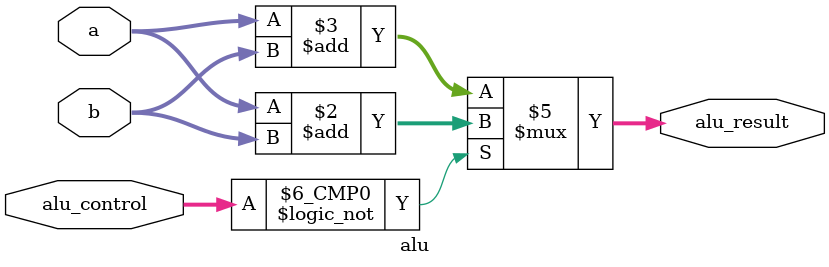
<source format=sv>
module alu(
    input logic [31:0] a, b,
    input logic [1:0] alu_control,
    output logic [31:0] alu_result
);
    always_comb begin
        case (alu_control)
            2'b00: alu_result = a + b;
            // Podemos agregar más operaciones aquí
            default: alu_result = a + b;
        endcase
    end
endmodule
</source>
